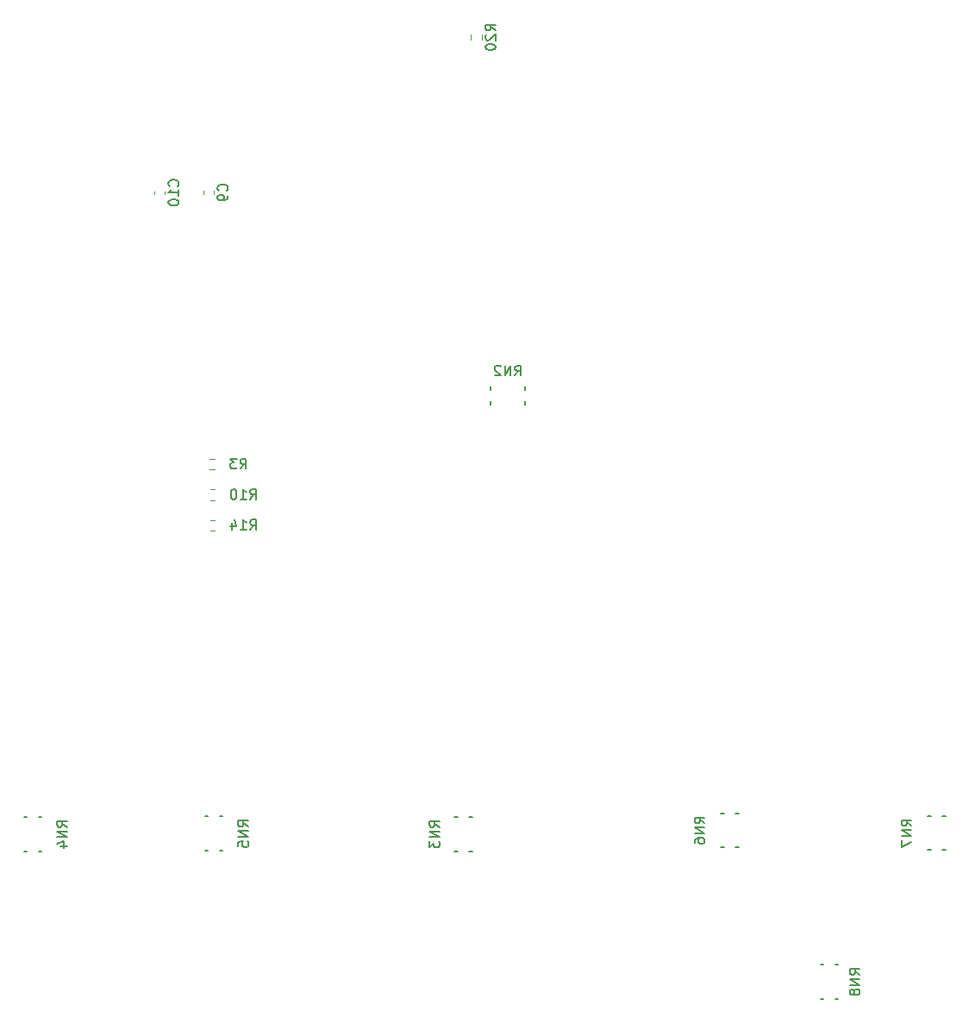
<source format=gbr>
%TF.GenerationSoftware,KiCad,Pcbnew,7.0.10*%
%TF.CreationDate,2024-03-05T20:32:04+01:00*%
%TF.ProjectId,z80,7a38302e-6b69-4636-9164-5f7063625858,1.0*%
%TF.SameCoordinates,Original*%
%TF.FileFunction,Legend,Bot*%
%TF.FilePolarity,Positive*%
%FSLAX46Y46*%
G04 Gerber Fmt 4.6, Leading zero omitted, Abs format (unit mm)*
G04 Created by KiCad (PCBNEW 7.0.10) date 2024-03-05 20:32:04*
%MOMM*%
%LPD*%
G01*
G04 APERTURE LIST*
%ADD10C,0.150000*%
%ADD11C,0.152400*%
%ADD12C,0.120000*%
G04 APERTURE END LIST*
D10*
X180407118Y-117546523D02*
X179930927Y-117213190D01*
X180407118Y-116975095D02*
X179407118Y-116975095D01*
X179407118Y-116975095D02*
X179407118Y-117356047D01*
X179407118Y-117356047D02*
X179454737Y-117451285D01*
X179454737Y-117451285D02*
X179502356Y-117498904D01*
X179502356Y-117498904D02*
X179597594Y-117546523D01*
X179597594Y-117546523D02*
X179740451Y-117546523D01*
X179740451Y-117546523D02*
X179835689Y-117498904D01*
X179835689Y-117498904D02*
X179883308Y-117451285D01*
X179883308Y-117451285D02*
X179930927Y-117356047D01*
X179930927Y-117356047D02*
X179930927Y-116975095D01*
X180407118Y-117975095D02*
X179407118Y-117975095D01*
X179407118Y-117975095D02*
X180407118Y-118546523D01*
X180407118Y-118546523D02*
X179407118Y-118546523D01*
X179407118Y-118927476D02*
X179407118Y-119594142D01*
X179407118Y-119594142D02*
X180407118Y-119165571D01*
X134065520Y-117648023D02*
X133589329Y-117314690D01*
X134065520Y-117076595D02*
X133065520Y-117076595D01*
X133065520Y-117076595D02*
X133065520Y-117457547D01*
X133065520Y-117457547D02*
X133113139Y-117552785D01*
X133113139Y-117552785D02*
X133160758Y-117600404D01*
X133160758Y-117600404D02*
X133255996Y-117648023D01*
X133255996Y-117648023D02*
X133398853Y-117648023D01*
X133398853Y-117648023D02*
X133494091Y-117600404D01*
X133494091Y-117600404D02*
X133541710Y-117552785D01*
X133541710Y-117552785D02*
X133589329Y-117457547D01*
X133589329Y-117457547D02*
X133589329Y-117076595D01*
X134065520Y-118076595D02*
X133065520Y-118076595D01*
X133065520Y-118076595D02*
X134065520Y-118648023D01*
X134065520Y-118648023D02*
X133065520Y-118648023D01*
X133065520Y-119028976D02*
X133065520Y-119648023D01*
X133065520Y-119648023D02*
X133446472Y-119314690D01*
X133446472Y-119314690D02*
X133446472Y-119457547D01*
X133446472Y-119457547D02*
X133494091Y-119552785D01*
X133494091Y-119552785D02*
X133541710Y-119600404D01*
X133541710Y-119600404D02*
X133636948Y-119648023D01*
X133636948Y-119648023D02*
X133875043Y-119648023D01*
X133875043Y-119648023D02*
X133970281Y-119600404D01*
X133970281Y-119600404D02*
X134017901Y-119552785D01*
X134017901Y-119552785D02*
X134065520Y-119457547D01*
X134065520Y-119457547D02*
X134065520Y-119171833D01*
X134065520Y-119171833D02*
X134017901Y-119076595D01*
X134017901Y-119076595D02*
X133970281Y-119028976D01*
X115276221Y-117610023D02*
X114800030Y-117276690D01*
X115276221Y-117038595D02*
X114276221Y-117038595D01*
X114276221Y-117038595D02*
X114276221Y-117419547D01*
X114276221Y-117419547D02*
X114323840Y-117514785D01*
X114323840Y-117514785D02*
X114371459Y-117562404D01*
X114371459Y-117562404D02*
X114466697Y-117610023D01*
X114466697Y-117610023D02*
X114609554Y-117610023D01*
X114609554Y-117610023D02*
X114704792Y-117562404D01*
X114704792Y-117562404D02*
X114752411Y-117514785D01*
X114752411Y-117514785D02*
X114800030Y-117419547D01*
X114800030Y-117419547D02*
X114800030Y-117038595D01*
X115276221Y-118038595D02*
X114276221Y-118038595D01*
X114276221Y-118038595D02*
X115276221Y-118610023D01*
X115276221Y-118610023D02*
X114276221Y-118610023D01*
X114276221Y-119562404D02*
X114276221Y-119086214D01*
X114276221Y-119086214D02*
X114752411Y-119038595D01*
X114752411Y-119038595D02*
X114704792Y-119086214D01*
X114704792Y-119086214D02*
X114657173Y-119181452D01*
X114657173Y-119181452D02*
X114657173Y-119419547D01*
X114657173Y-119419547D02*
X114704792Y-119514785D01*
X114704792Y-119514785D02*
X114752411Y-119562404D01*
X114752411Y-119562404D02*
X114847649Y-119610023D01*
X114847649Y-119610023D02*
X115085744Y-119610023D01*
X115085744Y-119610023D02*
X115180982Y-119562404D01*
X115180982Y-119562404D02*
X115228602Y-119514785D01*
X115228602Y-119514785D02*
X115276221Y-119419547D01*
X115276221Y-119419547D02*
X115276221Y-119181452D01*
X115276221Y-119181452D02*
X115228602Y-119086214D01*
X115228602Y-119086214D02*
X115180982Y-119038595D01*
X115453922Y-88498146D02*
X115787255Y-88021955D01*
X116025350Y-88498146D02*
X116025350Y-87498146D01*
X116025350Y-87498146D02*
X115644398Y-87498146D01*
X115644398Y-87498146D02*
X115549160Y-87545765D01*
X115549160Y-87545765D02*
X115501541Y-87593384D01*
X115501541Y-87593384D02*
X115453922Y-87688622D01*
X115453922Y-87688622D02*
X115453922Y-87831479D01*
X115453922Y-87831479D02*
X115501541Y-87926717D01*
X115501541Y-87926717D02*
X115549160Y-87974336D01*
X115549160Y-87974336D02*
X115644398Y-88021955D01*
X115644398Y-88021955D02*
X116025350Y-88021955D01*
X114501541Y-88498146D02*
X115072969Y-88498146D01*
X114787255Y-88498146D02*
X114787255Y-87498146D01*
X114787255Y-87498146D02*
X114882493Y-87641003D01*
X114882493Y-87641003D02*
X114977731Y-87736241D01*
X114977731Y-87736241D02*
X115072969Y-87783860D01*
X113644398Y-87831479D02*
X113644398Y-88498146D01*
X113882493Y-87450527D02*
X114120588Y-88164812D01*
X114120588Y-88164812D02*
X113501541Y-88164812D01*
X108342580Y-54742142D02*
X108390200Y-54694523D01*
X108390200Y-54694523D02*
X108437819Y-54551666D01*
X108437819Y-54551666D02*
X108437819Y-54456428D01*
X108437819Y-54456428D02*
X108390200Y-54313571D01*
X108390200Y-54313571D02*
X108294961Y-54218333D01*
X108294961Y-54218333D02*
X108199723Y-54170714D01*
X108199723Y-54170714D02*
X108009247Y-54123095D01*
X108009247Y-54123095D02*
X107866390Y-54123095D01*
X107866390Y-54123095D02*
X107675914Y-54170714D01*
X107675914Y-54170714D02*
X107580676Y-54218333D01*
X107580676Y-54218333D02*
X107485438Y-54313571D01*
X107485438Y-54313571D02*
X107437819Y-54456428D01*
X107437819Y-54456428D02*
X107437819Y-54551666D01*
X107437819Y-54551666D02*
X107485438Y-54694523D01*
X107485438Y-54694523D02*
X107533057Y-54742142D01*
X108437819Y-55694523D02*
X108437819Y-55123095D01*
X108437819Y-55408809D02*
X107437819Y-55408809D01*
X107437819Y-55408809D02*
X107580676Y-55313571D01*
X107580676Y-55313571D02*
X107675914Y-55218333D01*
X107675914Y-55218333D02*
X107723533Y-55123095D01*
X107437819Y-56313571D02*
X107437819Y-56408809D01*
X107437819Y-56408809D02*
X107485438Y-56504047D01*
X107485438Y-56504047D02*
X107533057Y-56551666D01*
X107533057Y-56551666D02*
X107628295Y-56599285D01*
X107628295Y-56599285D02*
X107818771Y-56646904D01*
X107818771Y-56646904D02*
X108056866Y-56646904D01*
X108056866Y-56646904D02*
X108247342Y-56599285D01*
X108247342Y-56599285D02*
X108342580Y-56551666D01*
X108342580Y-56551666D02*
X108390200Y-56504047D01*
X108390200Y-56504047D02*
X108437819Y-56408809D01*
X108437819Y-56408809D02*
X108437819Y-56313571D01*
X108437819Y-56313571D02*
X108390200Y-56218333D01*
X108390200Y-56218333D02*
X108342580Y-56170714D01*
X108342580Y-56170714D02*
X108247342Y-56123095D01*
X108247342Y-56123095D02*
X108056866Y-56075476D01*
X108056866Y-56075476D02*
X107818771Y-56075476D01*
X107818771Y-56075476D02*
X107628295Y-56123095D01*
X107628295Y-56123095D02*
X107533057Y-56170714D01*
X107533057Y-56170714D02*
X107485438Y-56218333D01*
X107485438Y-56218333D02*
X107437819Y-56313571D01*
X115453922Y-85498146D02*
X115787255Y-85021955D01*
X116025350Y-85498146D02*
X116025350Y-84498146D01*
X116025350Y-84498146D02*
X115644398Y-84498146D01*
X115644398Y-84498146D02*
X115549160Y-84545765D01*
X115549160Y-84545765D02*
X115501541Y-84593384D01*
X115501541Y-84593384D02*
X115453922Y-84688622D01*
X115453922Y-84688622D02*
X115453922Y-84831479D01*
X115453922Y-84831479D02*
X115501541Y-84926717D01*
X115501541Y-84926717D02*
X115549160Y-84974336D01*
X115549160Y-84974336D02*
X115644398Y-85021955D01*
X115644398Y-85021955D02*
X116025350Y-85021955D01*
X114501541Y-85498146D02*
X115072969Y-85498146D01*
X114787255Y-85498146D02*
X114787255Y-84498146D01*
X114787255Y-84498146D02*
X114882493Y-84641003D01*
X114882493Y-84641003D02*
X114977731Y-84736241D01*
X114977731Y-84736241D02*
X115072969Y-84783860D01*
X113882493Y-84498146D02*
X113787255Y-84498146D01*
X113787255Y-84498146D02*
X113692017Y-84545765D01*
X113692017Y-84545765D02*
X113644398Y-84593384D01*
X113644398Y-84593384D02*
X113596779Y-84688622D01*
X113596779Y-84688622D02*
X113549160Y-84879098D01*
X113549160Y-84879098D02*
X113549160Y-85117193D01*
X113549160Y-85117193D02*
X113596779Y-85307669D01*
X113596779Y-85307669D02*
X113644398Y-85402907D01*
X113644398Y-85402907D02*
X113692017Y-85450527D01*
X113692017Y-85450527D02*
X113787255Y-85498146D01*
X113787255Y-85498146D02*
X113882493Y-85498146D01*
X113882493Y-85498146D02*
X113977731Y-85450527D01*
X113977731Y-85450527D02*
X114025350Y-85402907D01*
X114025350Y-85402907D02*
X114072969Y-85307669D01*
X114072969Y-85307669D02*
X114120588Y-85117193D01*
X114120588Y-85117193D02*
X114120588Y-84879098D01*
X114120588Y-84879098D02*
X114072969Y-84688622D01*
X114072969Y-84688622D02*
X114025350Y-84593384D01*
X114025350Y-84593384D02*
X113977731Y-84545765D01*
X113977731Y-84545765D02*
X113882493Y-84498146D01*
X114475041Y-82495819D02*
X114808374Y-82019628D01*
X115046469Y-82495819D02*
X115046469Y-81495819D01*
X115046469Y-81495819D02*
X114665517Y-81495819D01*
X114665517Y-81495819D02*
X114570279Y-81543438D01*
X114570279Y-81543438D02*
X114522660Y-81591057D01*
X114522660Y-81591057D02*
X114475041Y-81686295D01*
X114475041Y-81686295D02*
X114475041Y-81829152D01*
X114475041Y-81829152D02*
X114522660Y-81924390D01*
X114522660Y-81924390D02*
X114570279Y-81972009D01*
X114570279Y-81972009D02*
X114665517Y-82019628D01*
X114665517Y-82019628D02*
X115046469Y-82019628D01*
X114141707Y-81495819D02*
X113522660Y-81495819D01*
X113522660Y-81495819D02*
X113855993Y-81876771D01*
X113855993Y-81876771D02*
X113713136Y-81876771D01*
X113713136Y-81876771D02*
X113617898Y-81924390D01*
X113617898Y-81924390D02*
X113570279Y-81972009D01*
X113570279Y-81972009D02*
X113522660Y-82067247D01*
X113522660Y-82067247D02*
X113522660Y-82305342D01*
X113522660Y-82305342D02*
X113570279Y-82400580D01*
X113570279Y-82400580D02*
X113617898Y-82448200D01*
X113617898Y-82448200D02*
X113713136Y-82495819D01*
X113713136Y-82495819D02*
X113998850Y-82495819D01*
X113998850Y-82495819D02*
X114094088Y-82448200D01*
X114094088Y-82448200D02*
X114141707Y-82400580D01*
X175333819Y-132151523D02*
X174857628Y-131818190D01*
X175333819Y-131580095D02*
X174333819Y-131580095D01*
X174333819Y-131580095D02*
X174333819Y-131961047D01*
X174333819Y-131961047D02*
X174381438Y-132056285D01*
X174381438Y-132056285D02*
X174429057Y-132103904D01*
X174429057Y-132103904D02*
X174524295Y-132151523D01*
X174524295Y-132151523D02*
X174667152Y-132151523D01*
X174667152Y-132151523D02*
X174762390Y-132103904D01*
X174762390Y-132103904D02*
X174810009Y-132056285D01*
X174810009Y-132056285D02*
X174857628Y-131961047D01*
X174857628Y-131961047D02*
X174857628Y-131580095D01*
X175333819Y-132580095D02*
X174333819Y-132580095D01*
X174333819Y-132580095D02*
X175333819Y-133151523D01*
X175333819Y-133151523D02*
X174333819Y-133151523D01*
X174762390Y-133770571D02*
X174714771Y-133675333D01*
X174714771Y-133675333D02*
X174667152Y-133627714D01*
X174667152Y-133627714D02*
X174571914Y-133580095D01*
X174571914Y-133580095D02*
X174524295Y-133580095D01*
X174524295Y-133580095D02*
X174429057Y-133627714D01*
X174429057Y-133627714D02*
X174381438Y-133675333D01*
X174381438Y-133675333D02*
X174333819Y-133770571D01*
X174333819Y-133770571D02*
X174333819Y-133961047D01*
X174333819Y-133961047D02*
X174381438Y-134056285D01*
X174381438Y-134056285D02*
X174429057Y-134103904D01*
X174429057Y-134103904D02*
X174524295Y-134151523D01*
X174524295Y-134151523D02*
X174571914Y-134151523D01*
X174571914Y-134151523D02*
X174667152Y-134103904D01*
X174667152Y-134103904D02*
X174714771Y-134056285D01*
X174714771Y-134056285D02*
X174762390Y-133961047D01*
X174762390Y-133961047D02*
X174762390Y-133770571D01*
X174762390Y-133770571D02*
X174810009Y-133675333D01*
X174810009Y-133675333D02*
X174857628Y-133627714D01*
X174857628Y-133627714D02*
X174952866Y-133580095D01*
X174952866Y-133580095D02*
X175143342Y-133580095D01*
X175143342Y-133580095D02*
X175238580Y-133627714D01*
X175238580Y-133627714D02*
X175286200Y-133675333D01*
X175286200Y-133675333D02*
X175333819Y-133770571D01*
X175333819Y-133770571D02*
X175333819Y-133961047D01*
X175333819Y-133961047D02*
X175286200Y-134056285D01*
X175286200Y-134056285D02*
X175238580Y-134103904D01*
X175238580Y-134103904D02*
X175143342Y-134151523D01*
X175143342Y-134151523D02*
X174952866Y-134151523D01*
X174952866Y-134151523D02*
X174857628Y-134103904D01*
X174857628Y-134103904D02*
X174810009Y-134056285D01*
X174810009Y-134056285D02*
X174762390Y-133961047D01*
X141469976Y-73352819D02*
X141803309Y-72876628D01*
X142041404Y-73352819D02*
X142041404Y-72352819D01*
X142041404Y-72352819D02*
X141660452Y-72352819D01*
X141660452Y-72352819D02*
X141565214Y-72400438D01*
X141565214Y-72400438D02*
X141517595Y-72448057D01*
X141517595Y-72448057D02*
X141469976Y-72543295D01*
X141469976Y-72543295D02*
X141469976Y-72686152D01*
X141469976Y-72686152D02*
X141517595Y-72781390D01*
X141517595Y-72781390D02*
X141565214Y-72829009D01*
X141565214Y-72829009D02*
X141660452Y-72876628D01*
X141660452Y-72876628D02*
X142041404Y-72876628D01*
X141041404Y-73352819D02*
X141041404Y-72352819D01*
X141041404Y-72352819D02*
X140469976Y-73352819D01*
X140469976Y-73352819D02*
X140469976Y-72352819D01*
X140041404Y-72448057D02*
X139993785Y-72400438D01*
X139993785Y-72400438D02*
X139898547Y-72352819D01*
X139898547Y-72352819D02*
X139660452Y-72352819D01*
X139660452Y-72352819D02*
X139565214Y-72400438D01*
X139565214Y-72400438D02*
X139517595Y-72448057D01*
X139517595Y-72448057D02*
X139469976Y-72543295D01*
X139469976Y-72543295D02*
X139469976Y-72638533D01*
X139469976Y-72638533D02*
X139517595Y-72781390D01*
X139517595Y-72781390D02*
X140089023Y-73352819D01*
X140089023Y-73352819D02*
X139469976Y-73352819D01*
X139552819Y-39489142D02*
X139076628Y-39155809D01*
X139552819Y-38917714D02*
X138552819Y-38917714D01*
X138552819Y-38917714D02*
X138552819Y-39298666D01*
X138552819Y-39298666D02*
X138600438Y-39393904D01*
X138600438Y-39393904D02*
X138648057Y-39441523D01*
X138648057Y-39441523D02*
X138743295Y-39489142D01*
X138743295Y-39489142D02*
X138886152Y-39489142D01*
X138886152Y-39489142D02*
X138981390Y-39441523D01*
X138981390Y-39441523D02*
X139029009Y-39393904D01*
X139029009Y-39393904D02*
X139076628Y-39298666D01*
X139076628Y-39298666D02*
X139076628Y-38917714D01*
X138648057Y-39870095D02*
X138600438Y-39917714D01*
X138600438Y-39917714D02*
X138552819Y-40012952D01*
X138552819Y-40012952D02*
X138552819Y-40251047D01*
X138552819Y-40251047D02*
X138600438Y-40346285D01*
X138600438Y-40346285D02*
X138648057Y-40393904D01*
X138648057Y-40393904D02*
X138743295Y-40441523D01*
X138743295Y-40441523D02*
X138838533Y-40441523D01*
X138838533Y-40441523D02*
X138981390Y-40393904D01*
X138981390Y-40393904D02*
X139552819Y-39822476D01*
X139552819Y-39822476D02*
X139552819Y-40441523D01*
X138552819Y-41060571D02*
X138552819Y-41155809D01*
X138552819Y-41155809D02*
X138600438Y-41251047D01*
X138600438Y-41251047D02*
X138648057Y-41298666D01*
X138648057Y-41298666D02*
X138743295Y-41346285D01*
X138743295Y-41346285D02*
X138933771Y-41393904D01*
X138933771Y-41393904D02*
X139171866Y-41393904D01*
X139171866Y-41393904D02*
X139362342Y-41346285D01*
X139362342Y-41346285D02*
X139457580Y-41298666D01*
X139457580Y-41298666D02*
X139505200Y-41251047D01*
X139505200Y-41251047D02*
X139552819Y-41155809D01*
X139552819Y-41155809D02*
X139552819Y-41060571D01*
X139552819Y-41060571D02*
X139505200Y-40965333D01*
X139505200Y-40965333D02*
X139457580Y-40917714D01*
X139457580Y-40917714D02*
X139362342Y-40870095D01*
X139362342Y-40870095D02*
X139171866Y-40822476D01*
X139171866Y-40822476D02*
X138933771Y-40822476D01*
X138933771Y-40822476D02*
X138743295Y-40870095D01*
X138743295Y-40870095D02*
X138648057Y-40917714D01*
X138648057Y-40917714D02*
X138600438Y-40965333D01*
X138600438Y-40965333D02*
X138552819Y-41060571D01*
X160087118Y-117292523D02*
X159610927Y-116959190D01*
X160087118Y-116721095D02*
X159087118Y-116721095D01*
X159087118Y-116721095D02*
X159087118Y-117102047D01*
X159087118Y-117102047D02*
X159134737Y-117197285D01*
X159134737Y-117197285D02*
X159182356Y-117244904D01*
X159182356Y-117244904D02*
X159277594Y-117292523D01*
X159277594Y-117292523D02*
X159420451Y-117292523D01*
X159420451Y-117292523D02*
X159515689Y-117244904D01*
X159515689Y-117244904D02*
X159563308Y-117197285D01*
X159563308Y-117197285D02*
X159610927Y-117102047D01*
X159610927Y-117102047D02*
X159610927Y-116721095D01*
X160087118Y-117721095D02*
X159087118Y-117721095D01*
X159087118Y-117721095D02*
X160087118Y-118292523D01*
X160087118Y-118292523D02*
X159087118Y-118292523D01*
X159087118Y-119197285D02*
X159087118Y-119006809D01*
X159087118Y-119006809D02*
X159134737Y-118911571D01*
X159134737Y-118911571D02*
X159182356Y-118863952D01*
X159182356Y-118863952D02*
X159325213Y-118768714D01*
X159325213Y-118768714D02*
X159515689Y-118721095D01*
X159515689Y-118721095D02*
X159896641Y-118721095D01*
X159896641Y-118721095D02*
X159991879Y-118768714D01*
X159991879Y-118768714D02*
X160039499Y-118816333D01*
X160039499Y-118816333D02*
X160087118Y-118911571D01*
X160087118Y-118911571D02*
X160087118Y-119102047D01*
X160087118Y-119102047D02*
X160039499Y-119197285D01*
X160039499Y-119197285D02*
X159991879Y-119244904D01*
X159991879Y-119244904D02*
X159896641Y-119292523D01*
X159896641Y-119292523D02*
X159658546Y-119292523D01*
X159658546Y-119292523D02*
X159563308Y-119244904D01*
X159563308Y-119244904D02*
X159515689Y-119197285D01*
X159515689Y-119197285D02*
X159468070Y-119102047D01*
X159468070Y-119102047D02*
X159468070Y-118911571D01*
X159468070Y-118911571D02*
X159515689Y-118816333D01*
X159515689Y-118816333D02*
X159563308Y-118768714D01*
X159563308Y-118768714D02*
X159658546Y-118721095D01*
X113168580Y-55205333D02*
X113216200Y-55157714D01*
X113216200Y-55157714D02*
X113263819Y-55014857D01*
X113263819Y-55014857D02*
X113263819Y-54919619D01*
X113263819Y-54919619D02*
X113216200Y-54776762D01*
X113216200Y-54776762D02*
X113120961Y-54681524D01*
X113120961Y-54681524D02*
X113025723Y-54633905D01*
X113025723Y-54633905D02*
X112835247Y-54586286D01*
X112835247Y-54586286D02*
X112692390Y-54586286D01*
X112692390Y-54586286D02*
X112501914Y-54633905D01*
X112501914Y-54633905D02*
X112406676Y-54681524D01*
X112406676Y-54681524D02*
X112311438Y-54776762D01*
X112311438Y-54776762D02*
X112263819Y-54919619D01*
X112263819Y-54919619D02*
X112263819Y-55014857D01*
X112263819Y-55014857D02*
X112311438Y-55157714D01*
X112311438Y-55157714D02*
X112359057Y-55205333D01*
X113263819Y-55681524D02*
X113263819Y-55872000D01*
X113263819Y-55872000D02*
X113216200Y-55967238D01*
X113216200Y-55967238D02*
X113168580Y-56014857D01*
X113168580Y-56014857D02*
X113025723Y-56110095D01*
X113025723Y-56110095D02*
X112835247Y-56157714D01*
X112835247Y-56157714D02*
X112454295Y-56157714D01*
X112454295Y-56157714D02*
X112359057Y-56110095D01*
X112359057Y-56110095D02*
X112311438Y-56062476D01*
X112311438Y-56062476D02*
X112263819Y-55967238D01*
X112263819Y-55967238D02*
X112263819Y-55776762D01*
X112263819Y-55776762D02*
X112311438Y-55681524D01*
X112311438Y-55681524D02*
X112359057Y-55633905D01*
X112359057Y-55633905D02*
X112454295Y-55586286D01*
X112454295Y-55586286D02*
X112692390Y-55586286D01*
X112692390Y-55586286D02*
X112787628Y-55633905D01*
X112787628Y-55633905D02*
X112835247Y-55681524D01*
X112835247Y-55681524D02*
X112882866Y-55776762D01*
X112882866Y-55776762D02*
X112882866Y-55967238D01*
X112882866Y-55967238D02*
X112835247Y-56062476D01*
X112835247Y-56062476D02*
X112787628Y-56110095D01*
X112787628Y-56110095D02*
X112692390Y-56157714D01*
X97489520Y-117648023D02*
X97013329Y-117314690D01*
X97489520Y-117076595D02*
X96489520Y-117076595D01*
X96489520Y-117076595D02*
X96489520Y-117457547D01*
X96489520Y-117457547D02*
X96537139Y-117552785D01*
X96537139Y-117552785D02*
X96584758Y-117600404D01*
X96584758Y-117600404D02*
X96679996Y-117648023D01*
X96679996Y-117648023D02*
X96822853Y-117648023D01*
X96822853Y-117648023D02*
X96918091Y-117600404D01*
X96918091Y-117600404D02*
X96965710Y-117552785D01*
X96965710Y-117552785D02*
X97013329Y-117457547D01*
X97013329Y-117457547D02*
X97013329Y-117076595D01*
X97489520Y-118076595D02*
X96489520Y-118076595D01*
X96489520Y-118076595D02*
X97489520Y-118648023D01*
X97489520Y-118648023D02*
X96489520Y-118648023D01*
X96822853Y-119552785D02*
X97489520Y-119552785D01*
X96441901Y-119314690D02*
X97156186Y-119076595D01*
X97156186Y-119076595D02*
X97156186Y-119695642D01*
D11*
%TO.C,RN7*%
X183442140Y-116560600D02*
X183756300Y-116560600D01*
X182317860Y-116560600D02*
X182003700Y-116560600D01*
X183442140Y-119913400D02*
X183756300Y-119913400D01*
X182317860Y-119913400D02*
X182003700Y-119913400D01*
%TO.C,RN3*%
X135835860Y-120014900D02*
X135521700Y-120014900D01*
X136960140Y-120014900D02*
X137274300Y-120014900D01*
X135835860Y-116662100D02*
X135521700Y-116662100D01*
X136960140Y-116662100D02*
X137274300Y-116662100D01*
%TO.C,RN5*%
X112455841Y-116624100D02*
X112770001Y-116624100D01*
X111331561Y-116624100D02*
X111017401Y-116624100D01*
X112455841Y-119976900D02*
X112770001Y-119976900D01*
X111331561Y-119976900D02*
X111017401Y-119976900D01*
D12*
%TO.C,R14*%
X111522742Y-87520827D02*
X111997258Y-87520827D01*
X111522742Y-88565827D02*
X111997258Y-88565827D01*
%TO.C,C10*%
X106043000Y-55525580D02*
X106043000Y-55244420D01*
X107063000Y-55525580D02*
X107063000Y-55244420D01*
%TO.C,R10*%
X111522742Y-84520827D02*
X111997258Y-84520827D01*
X111522742Y-85565827D02*
X111997258Y-85565827D01*
%TO.C,R3*%
X111496242Y-81518500D02*
X111970758Y-81518500D01*
X111496242Y-82563500D02*
X111970758Y-82563500D01*
D11*
%TO.C,RN8*%
X171776860Y-134518400D02*
X171462700Y-134518400D01*
X172901140Y-134518400D02*
X173215300Y-134518400D01*
X171776860Y-131165600D02*
X171462700Y-131165600D01*
X172901140Y-131165600D02*
X173215300Y-131165600D01*
%TO.C,RN2*%
X139103100Y-74742159D02*
X139103100Y-74427999D01*
X139103100Y-75866439D02*
X139103100Y-76180599D01*
X142455900Y-74742159D02*
X142455900Y-74427999D01*
X142455900Y-75866439D02*
X142455900Y-76180599D01*
D12*
%TO.C,R20*%
X137145500Y-40369258D02*
X137145500Y-39894742D01*
X138190500Y-40369258D02*
X138190500Y-39894742D01*
D11*
%TO.C,RN6*%
X161997860Y-119659400D02*
X161683700Y-119659400D01*
X163122140Y-119659400D02*
X163436300Y-119659400D01*
X161997860Y-116306600D02*
X161683700Y-116306600D01*
X163122140Y-116306600D02*
X163436300Y-116306600D01*
D12*
%TO.C,C9*%
X110869000Y-55512580D02*
X110869000Y-55231420D01*
X111889000Y-55512580D02*
X111889000Y-55231420D01*
D11*
%TO.C,RN4*%
X94669140Y-116662100D02*
X94983300Y-116662100D01*
X93544860Y-116662100D02*
X93230700Y-116662100D01*
X94669140Y-120014900D02*
X94983300Y-120014900D01*
X93544860Y-120014900D02*
X93230700Y-120014900D01*
%TD*%
M02*

</source>
